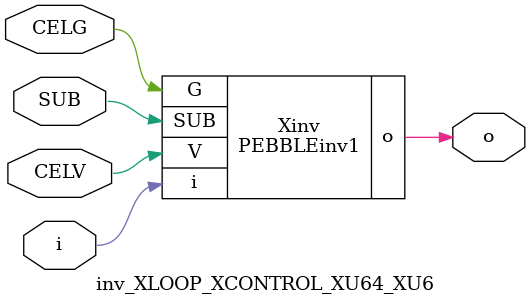
<source format=v>



module PEBBLEinv1 ( o, G, SUB, V, i );

  input V;
  input i;
  input G;
  output o;
  input SUB;
endmodule

//Celera Confidential Do Not Copy inv_XLOOP_XCONTROL_XU64_XU6
//Celera Confidential Symbol Generator
//5V Inverter
module inv_XLOOP_XCONTROL_XU64_XU6 (CELV,CELG,i,o,SUB);
input CELV;
input CELG;
input i;
input SUB;
output o;

//Celera Confidential Do Not Copy inv
PEBBLEinv1 Xinv(
.V (CELV),
.i (i),
.o (o),
.SUB (SUB),
.G (CELG)
);
//,diesize,PEBBLEinv1

//Celera Confidential Do Not Copy Module End
//Celera Schematic Generator
endmodule

</source>
